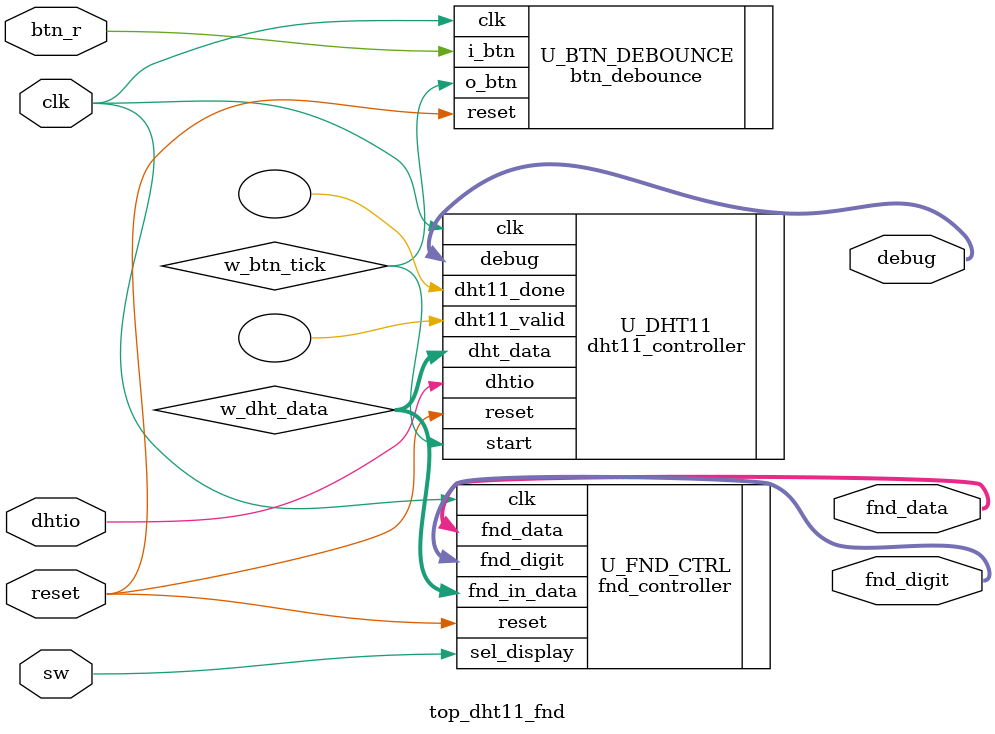
<source format=v>
`timescale 1ns / 1ps

module top_dht11_fnd (
    input        clk,
    input        reset,
    input        btn_r,
    input        sw,
    inout        dhtio,
    output [4:0] debug,
    output [7:0] fnd_data,
    output [3:0] fnd_digit
);

    wire w_btn_tick;
    wire [27:0] w_dht_data;

    
    btn_debounce U_BTN_DEBOUNCE (
        .clk  (clk),
        .reset(reset),
        .i_btn(btn_r),
        .o_btn(w_btn_tick)
    );

    dht11_controller U_DHT11 (
        .clk(clk),
        .reset(reset),
        .start(w_btn_tick),
        .dht_data(w_dht_data),
        .dht11_done(),
        .dht11_valid(),
        .debug(debug),
        .dhtio(dhtio)
    );

    fnd_controller U_FND_CTRL (
        .clk(clk),
        .reset(reset),
        .sel_display(sw),
        .fnd_in_data(w_dht_data),
        .fnd_digit(fnd_digit),
        .fnd_data(fnd_data)
    );
endmodule

</source>
